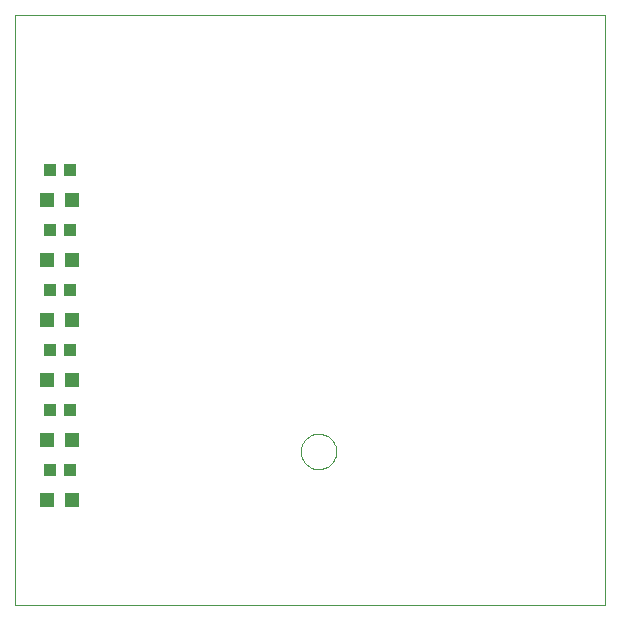
<source format=gbp>
G75*
G70*
%OFA0B0*%
%FSLAX24Y24*%
%IPPOS*%
%LPD*%
%AMOC8*
5,1,8,0,0,1.08239X$1,22.5*
%
%ADD10C,0.0000*%
%ADD11R,0.0394X0.0433*%
%ADD12R,0.0472X0.0472*%
D10*
X000655Y000655D02*
X000655Y020340D01*
X020340Y020340D01*
X020340Y000655D01*
X000655Y000655D01*
X010189Y005780D02*
X010191Y005828D01*
X010197Y005876D01*
X010207Y005923D01*
X010220Y005969D01*
X010238Y006014D01*
X010258Y006058D01*
X010283Y006100D01*
X010311Y006139D01*
X010341Y006176D01*
X010375Y006210D01*
X010412Y006242D01*
X010450Y006271D01*
X010491Y006296D01*
X010534Y006318D01*
X010579Y006336D01*
X010625Y006350D01*
X010672Y006361D01*
X010720Y006368D01*
X010768Y006371D01*
X010816Y006370D01*
X010864Y006365D01*
X010912Y006356D01*
X010958Y006344D01*
X011003Y006327D01*
X011047Y006307D01*
X011089Y006284D01*
X011129Y006257D01*
X011167Y006227D01*
X011202Y006194D01*
X011234Y006158D01*
X011264Y006120D01*
X011290Y006079D01*
X011312Y006036D01*
X011332Y005992D01*
X011347Y005947D01*
X011359Y005900D01*
X011367Y005852D01*
X011371Y005804D01*
X011371Y005756D01*
X011367Y005708D01*
X011359Y005660D01*
X011347Y005613D01*
X011332Y005568D01*
X011312Y005524D01*
X011290Y005481D01*
X011264Y005440D01*
X011234Y005402D01*
X011202Y005366D01*
X011167Y005333D01*
X011129Y005303D01*
X011089Y005276D01*
X011047Y005253D01*
X011003Y005233D01*
X010958Y005216D01*
X010912Y005204D01*
X010864Y005195D01*
X010816Y005190D01*
X010768Y005189D01*
X010720Y005192D01*
X010672Y005199D01*
X010625Y005210D01*
X010579Y005224D01*
X010534Y005242D01*
X010491Y005264D01*
X010450Y005289D01*
X010412Y005318D01*
X010375Y005350D01*
X010341Y005384D01*
X010311Y005421D01*
X010283Y005460D01*
X010258Y005502D01*
X010238Y005546D01*
X010220Y005591D01*
X010207Y005637D01*
X010197Y005684D01*
X010191Y005732D01*
X010189Y005780D01*
D11*
X002490Y005155D03*
X001820Y005155D03*
X001820Y007155D03*
X002490Y007155D03*
X002490Y009155D03*
X001820Y009155D03*
X001820Y011155D03*
X002490Y011155D03*
X002490Y013155D03*
X001820Y013155D03*
X001820Y015155D03*
X002490Y015155D03*
D12*
X002569Y014155D03*
X001742Y014155D03*
X001742Y012155D03*
X002569Y012155D03*
X002569Y010155D03*
X001742Y010155D03*
X001742Y008155D03*
X002569Y008155D03*
X002569Y006155D03*
X001742Y006155D03*
X001742Y004155D03*
X002569Y004155D03*
M02*

</source>
